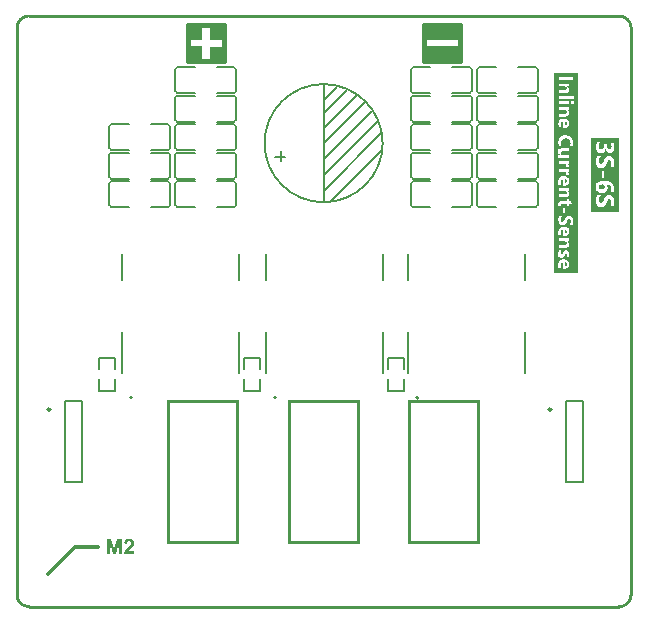
<source format=gto>
G04*
G04 #@! TF.GenerationSoftware,Altium Limited,Altium Designer,22.0.2 (36)*
G04*
G04 Layer_Color=65535*
%FSLAX24Y24*%
%MOIN*%
G70*
G04*
G04 #@! TF.SameCoordinates,5AD8CBCB-7B86-44EA-BE16-98DFC8B2639C*
G04*
G04*
G04 #@! TF.FilePolarity,Positive*
G04*
G01*
G75*
%ADD10C,0.0060*%
%ADD11C,0.0059*%
%ADD12C,0.0079*%
%ADD13C,0.0098*%
%ADD14C,0.0150*%
%ADD15C,0.0120*%
%ADD16C,0.0050*%
%ADD17C,0.0100*%
G36*
X14700Y18900D02*
X13600D01*
Y19328D01*
X14700D01*
Y18900D01*
D02*
G37*
G36*
X6852Y18886D02*
X6452D01*
Y19314D01*
X6852D01*
Y18886D01*
D02*
G37*
G36*
X6166Y18880D02*
X5766D01*
Y19308D01*
X6166D01*
Y18880D01*
D02*
G37*
G36*
X6155Y18253D02*
X5755D01*
Y18680D01*
X6155D01*
Y18253D01*
D02*
G37*
G36*
X14700Y18250D02*
X13600D01*
Y18678D01*
X14700D01*
Y18250D01*
D02*
G37*
G36*
X6834Y18243D02*
X6434D01*
Y18670D01*
X6834D01*
Y18243D01*
D02*
G37*
G36*
X15450Y6800D02*
Y2100D01*
X13050D01*
Y2200D01*
Y6800D01*
Y6900D01*
X15450D01*
Y6800D01*
D02*
G37*
G36*
X11450D02*
Y2100D01*
X9050D01*
Y2200D01*
Y6800D01*
Y6900D01*
X11450D01*
Y6800D01*
D02*
G37*
G36*
X7400D02*
Y2100D01*
X5000D01*
Y2200D01*
Y6800D01*
Y6900D01*
X7400D01*
Y6800D01*
D02*
G37*
G36*
X18711Y17791D02*
Y11109D01*
X17900D01*
Y17791D01*
X18711D01*
D02*
G37*
G36*
X20064Y13167D02*
X19150D01*
Y15633D01*
X20064D01*
Y13167D01*
D02*
G37*
G36*
X3489Y1750D02*
X3394D01*
X3393Y2153D01*
X3292Y1750D01*
X3192D01*
X3092Y2153D01*
Y1750D01*
X2996D01*
Y2262D01*
X3151D01*
X3243Y1912D01*
X3334Y2262D01*
X3489D01*
Y1750D01*
D02*
G37*
G36*
X3753Y2264D02*
X3760Y2264D01*
X3767Y2263D01*
X3776Y2261D01*
X3784Y2260D01*
X3804Y2255D01*
X3823Y2247D01*
X3833Y2243D01*
X3842Y2238D01*
X3852Y2231D01*
X3860Y2224D01*
X3861Y2223D01*
X3862Y2222D01*
X3864Y2219D01*
X3867Y2216D01*
X3870Y2212D01*
X3874Y2207D01*
X3878Y2202D01*
X3882Y2195D01*
X3890Y2181D01*
X3897Y2164D01*
X3900Y2154D01*
X3901Y2144D01*
X3903Y2133D01*
X3904Y2121D01*
Y2120D01*
Y2116D01*
X3903Y2109D01*
X3902Y2101D01*
X3901Y2090D01*
X3898Y2079D01*
X3895Y2067D01*
X3891Y2056D01*
X3890Y2054D01*
X3889Y2050D01*
X3886Y2044D01*
X3881Y2036D01*
X3876Y2026D01*
X3870Y2015D01*
X3861Y2003D01*
X3852Y1990D01*
X3851Y1990D01*
X3848Y1986D01*
X3844Y1981D01*
X3837Y1973D01*
X3828Y1965D01*
X3817Y1953D01*
X3804Y1940D01*
X3787Y1925D01*
X3787Y1924D01*
X3785Y1923D01*
X3783Y1921D01*
X3780Y1918D01*
X3772Y1911D01*
X3762Y1902D01*
X3753Y1892D01*
X3743Y1882D01*
X3734Y1874D01*
X3731Y1871D01*
X3728Y1868D01*
X3728Y1867D01*
X3726Y1865D01*
X3724Y1862D01*
X3721Y1859D01*
X3714Y1851D01*
X3708Y1841D01*
X3904D01*
Y1750D01*
X3560D01*
Y1751D01*
Y1752D01*
X3560Y1755D01*
X3561Y1759D01*
X3562Y1763D01*
X3562Y1769D01*
X3565Y1782D01*
X3570Y1797D01*
X3576Y1813D01*
X3583Y1831D01*
X3593Y1848D01*
Y1848D01*
X3594Y1850D01*
X3596Y1853D01*
X3599Y1856D01*
X3602Y1861D01*
X3606Y1866D01*
X3611Y1873D01*
X3617Y1880D01*
X3624Y1889D01*
X3632Y1898D01*
X3641Y1908D01*
X3651Y1919D01*
X3662Y1931D01*
X3675Y1943D01*
X3688Y1956D01*
X3703Y1971D01*
X3704Y1971D01*
X3706Y1973D01*
X3709Y1976D01*
X3713Y1981D01*
X3719Y1985D01*
X3725Y1991D01*
X3739Y2005D01*
X3752Y2019D01*
X3765Y2033D01*
X3771Y2039D01*
X3777Y2045D01*
X3782Y2050D01*
X3784Y2055D01*
X3785Y2056D01*
X3787Y2060D01*
X3791Y2066D01*
X3795Y2074D01*
X3799Y2083D01*
X3802Y2093D01*
X3804Y2104D01*
X3805Y2115D01*
Y2116D01*
Y2116D01*
Y2120D01*
X3804Y2127D01*
X3803Y2134D01*
X3801Y2142D01*
X3798Y2150D01*
X3793Y2158D01*
X3787Y2166D01*
X3787Y2167D01*
X3784Y2169D01*
X3780Y2172D01*
X3775Y2175D01*
X3767Y2178D01*
X3759Y2181D01*
X3750Y2183D01*
X3739Y2184D01*
X3733D01*
X3728Y2183D01*
X3721Y2181D01*
X3713Y2179D01*
X3705Y2175D01*
X3696Y2171D01*
X3689Y2165D01*
X3688Y2164D01*
X3686Y2161D01*
X3683Y2157D01*
X3680Y2150D01*
X3676Y2142D01*
X3673Y2131D01*
X3671Y2119D01*
X3669Y2104D01*
X3571Y2113D01*
Y2114D01*
X3572Y2117D01*
Y2121D01*
X3574Y2127D01*
X3574Y2133D01*
X3577Y2141D01*
X3579Y2149D01*
X3581Y2158D01*
X3588Y2177D01*
X3597Y2196D01*
X3603Y2206D01*
X3610Y2215D01*
X3617Y2222D01*
X3625Y2230D01*
X3626Y2230D01*
X3628Y2231D01*
X3630Y2232D01*
X3634Y2235D01*
X3638Y2238D01*
X3644Y2241D01*
X3650Y2244D01*
X3657Y2247D01*
X3665Y2251D01*
X3674Y2254D01*
X3693Y2260D01*
X3716Y2264D01*
X3728Y2264D01*
X3741Y2265D01*
X3748D01*
X3753Y2264D01*
D02*
G37*
%LPC*%
G36*
X15350Y6800D02*
X13150D01*
Y2200D01*
X15350D01*
Y6800D01*
D02*
G37*
G36*
X11350D02*
X9150D01*
Y2200D01*
X11350D01*
Y6800D01*
D02*
G37*
G36*
X7300D02*
X5100D01*
Y2200D01*
X7300D01*
Y6800D01*
D02*
G37*
G36*
X18533Y17641D02*
X18058D01*
Y17539D01*
X18533D01*
Y17641D01*
D02*
G37*
G36*
X18398Y17438D02*
X18058D01*
Y17287D01*
Y17339D01*
X18251D01*
X18264Y17339D01*
X18274Y17336D01*
X18284Y17333D01*
X18292Y17330D01*
X18299Y17327D01*
X18304Y17324D01*
X18307Y17322D01*
X18308Y17321D01*
X18315Y17313D01*
X18320Y17306D01*
X18325Y17298D01*
X18327Y17290D01*
X18328Y17284D01*
X18330Y17279D01*
Y17274D01*
X18329Y17264D01*
X18326Y17255D01*
X18322Y17247D01*
X18317Y17240D01*
X18310Y17234D01*
X18304Y17229D01*
X18296Y17225D01*
X18289Y17222D01*
X18273Y17218D01*
X18267Y17216D01*
X18260Y17216D01*
X18255Y17215D01*
X18251D01*
X18248D01*
X18248D01*
X18058D01*
Y17216D01*
Y17116D01*
X18406D01*
X18278D01*
X18290Y17117D01*
X18302Y17119D01*
X18312Y17121D01*
X18330Y17126D01*
X18347Y17134D01*
X18360Y17142D01*
X18372Y17151D01*
X18381Y17162D01*
X18388Y17172D01*
X18394Y17183D01*
X18399Y17194D01*
X18401Y17202D01*
X18404Y17211D01*
X18405Y17219D01*
X18406Y17224D01*
Y17229D01*
X18405Y17242D01*
X18403Y17254D01*
X18400Y17266D01*
X18396Y17276D01*
X18391Y17287D01*
X18386Y17296D01*
X18380Y17304D01*
X18375Y17311D01*
X18369Y17317D01*
X18363Y17323D01*
X18358Y17327D01*
X18353Y17332D01*
X18349Y17335D01*
X18346Y17337D01*
X18344Y17338D01*
X18343Y17339D01*
Y17339D01*
X18398D01*
Y17438D01*
D02*
G37*
G36*
X18561Y17033D02*
X18058D01*
Y16934D01*
X18561D01*
Y17033D01*
D02*
G37*
G36*
X18558Y16854D02*
Y16796D01*
X18558Y16805D01*
X18556Y16813D01*
X18554Y16821D01*
X18551Y16827D01*
X18548Y16831D01*
X18546Y16835D01*
X18544Y16837D01*
X18544Y16838D01*
X18538Y16843D01*
X18532Y16847D01*
X18526Y16850D01*
X18520Y16852D01*
X18515Y16853D01*
X18511Y16854D01*
X18507D01*
X18499Y16853D01*
X18492Y16852D01*
X18486Y16849D01*
X18480Y16846D01*
X18476Y16843D01*
X18473Y16840D01*
X18470Y16838D01*
X18470Y16838D01*
X18464Y16831D01*
X18461Y16824D01*
X18458Y16818D01*
X18457Y16811D01*
X18456Y16805D01*
X18455Y16801D01*
Y16796D01*
X18456Y16787D01*
X18457Y16779D01*
X18459Y16772D01*
X18462Y16766D01*
X18465Y16761D01*
X18467Y16758D01*
X18469Y16755D01*
X18470Y16755D01*
X18476Y16750D01*
X18481Y16745D01*
X18488Y16742D01*
X18494Y16741D01*
X18499Y16739D01*
X18504Y16738D01*
X18058D01*
X18558D01*
X18507D01*
X18515Y16739D01*
X18522Y16741D01*
X18529Y16744D01*
X18534Y16747D01*
X18538Y16750D01*
X18541Y16753D01*
X18543Y16754D01*
X18544Y16755D01*
X18549Y16761D01*
X18552Y16768D01*
X18555Y16775D01*
X18557Y16781D01*
X18558Y16787D01*
X18558Y16792D01*
Y16854D01*
D02*
G37*
G36*
X18398Y16846D02*
X18058D01*
Y16747D01*
X18398D01*
Y16846D01*
D02*
G37*
G36*
Y16658D02*
X18058D01*
Y16506D01*
Y16559D01*
X18251D01*
X18264Y16558D01*
X18274Y16556D01*
X18284Y16553D01*
X18292Y16549D01*
X18299Y16546D01*
X18304Y16543D01*
X18307Y16541D01*
X18308Y16540D01*
X18315Y16533D01*
X18320Y16525D01*
X18325Y16517D01*
X18327Y16510D01*
X18328Y16503D01*
X18330Y16498D01*
Y16494D01*
X18329Y16483D01*
X18326Y16474D01*
X18322Y16466D01*
X18317Y16459D01*
X18310Y16454D01*
X18304Y16448D01*
X18296Y16445D01*
X18289Y16442D01*
X18273Y16437D01*
X18267Y16436D01*
X18260Y16435D01*
X18255Y16434D01*
X18251D01*
X18248D01*
X18248D01*
X18058D01*
Y16435D01*
Y16335D01*
X18278D01*
X18290Y16337D01*
X18302Y16338D01*
X18312Y16340D01*
X18330Y16346D01*
X18347Y16353D01*
X18360Y16361D01*
X18372Y16371D01*
X18381Y16381D01*
X18388Y16391D01*
X18394Y16402D01*
X18399Y16413D01*
X18401Y16422D01*
X18404Y16431D01*
X18405Y16438D01*
X18406Y16443D01*
Y16448D01*
X18405Y16462D01*
X18403Y16474D01*
X18400Y16485D01*
X18396Y16496D01*
X18391Y16506D01*
X18386Y16515D01*
X18380Y16523D01*
X18375Y16531D01*
X18369Y16536D01*
X18363Y16542D01*
X18358Y16547D01*
X18353Y16551D01*
X18349Y16554D01*
X18346Y16556D01*
X18344Y16557D01*
X18343Y16558D01*
Y16559D01*
X18398D01*
Y16658D01*
D02*
G37*
G36*
X18231Y16271D02*
X18050D01*
Y15949D01*
D01*
Y16100D01*
X18051Y16073D01*
X18052Y16061D01*
X18054Y16049D01*
X18056Y16038D01*
X18058Y16028D01*
X18060Y16018D01*
X18063Y16010D01*
X18066Y16003D01*
X18068Y15996D01*
X18070Y15991D01*
X18072Y15986D01*
X18074Y15982D01*
X18075Y15980D01*
X18076Y15978D01*
Y15978D01*
X18148D01*
X18140Y15994D01*
X18133Y16011D01*
X18128Y16028D01*
X18125Y16044D01*
X18123Y16057D01*
X18122Y16063D01*
Y16067D01*
X18121Y16072D01*
Y16077D01*
X18122Y16093D01*
X18125Y16107D01*
X18128Y16119D01*
X18134Y16130D01*
X18140Y16139D01*
X18146Y16146D01*
X18153Y16153D01*
X18160Y16158D01*
X18168Y16163D01*
X18174Y16166D01*
X18181Y16169D01*
X18187Y16170D01*
X18192Y16172D01*
X18196D01*
X18199Y16172D01*
X18199D01*
Y15949D01*
X18050D01*
X18406D01*
X18242D01*
X18256Y15950D01*
X18269Y15950D01*
X18281Y15953D01*
X18293Y15956D01*
X18303Y15958D01*
X18313Y15961D01*
X18322Y15965D01*
X18330Y15969D01*
X18337Y15973D01*
X18344Y15977D01*
X18349Y15980D01*
X18353Y15983D01*
X18357Y15986D01*
X18359Y15988D01*
X18361Y15989D01*
X18362Y15990D01*
X18370Y15998D01*
X18376Y16006D01*
X18382Y16015D01*
X18387Y16024D01*
X18392Y16034D01*
X18395Y16043D01*
X18401Y16061D01*
X18402Y16069D01*
X18404Y16077D01*
X18404Y16084D01*
X18405Y16090D01*
X18406Y16095D01*
Y16102D01*
X18405Y16115D01*
X18404Y16128D01*
X18401Y16140D01*
X18398Y16152D01*
X18394Y16162D01*
X18390Y16172D01*
X18385Y16181D01*
X18381Y16189D01*
X18376Y16197D01*
X18371Y16203D01*
X18367Y16209D01*
X18363Y16214D01*
X18359Y16217D01*
X18357Y16220D01*
X18356Y16222D01*
X18355Y16223D01*
X18345Y16231D01*
X18335Y16238D01*
X18324Y16245D01*
X18313Y16251D01*
X18302Y16255D01*
X18290Y16259D01*
X18270Y16265D01*
X18260Y16267D01*
X18251Y16269D01*
X18243Y16269D01*
X18236Y16270D01*
X18231Y16271D01*
D02*
G37*
G36*
X18541Y15717D02*
X18285D01*
X18266Y15716D01*
X18247Y15714D01*
X18230Y15711D01*
X18214Y15707D01*
X18198Y15702D01*
X18184Y15697D01*
X18171Y15691D01*
X18160Y15685D01*
X18149Y15680D01*
X18140Y15674D01*
X18132Y15668D01*
X18125Y15663D01*
X18120Y15660D01*
X18117Y15657D01*
X18114Y15654D01*
X18114Y15654D01*
X18103Y15641D01*
X18093Y15628D01*
X18084Y15614D01*
X18077Y15600D01*
X18071Y15586D01*
X18066Y15572D01*
X18061Y15558D01*
X18058Y15545D01*
X18055Y15532D01*
X18054Y15520D01*
X18052Y15510D01*
X18051Y15501D01*
Y15494D01*
X18050Y15488D01*
Y15468D01*
X18051Y15454D01*
X18052Y15440D01*
X18054Y15427D01*
X18056Y15415D01*
X18058Y15403D01*
X18060Y15394D01*
X18063Y15384D01*
X18065Y15376D01*
X18067Y15369D01*
X18069Y15363D01*
X18071Y15358D01*
X18073Y15353D01*
X18074Y15350D01*
X18075Y15349D01*
Y15348D01*
X18050D01*
X18239D01*
X18168D01*
X18158Y15368D01*
X18151Y15388D01*
X18145Y15407D01*
X18141Y15425D01*
X18140Y15433D01*
X18139Y15440D01*
X18138Y15447D01*
Y15452D01*
X18137Y15458D01*
Y15463D01*
X18138Y15476D01*
X18139Y15487D01*
X18141Y15498D01*
X18144Y15509D01*
X18147Y15518D01*
X18151Y15527D01*
X18154Y15535D01*
X18159Y15543D01*
X18162Y15549D01*
X18166Y15554D01*
X18170Y15560D01*
X18173Y15563D01*
X18176Y15566D01*
X18178Y15569D01*
X18179Y15570D01*
X18180Y15571D01*
X18188Y15577D01*
X18197Y15583D01*
X18206Y15589D01*
X18215Y15594D01*
X18234Y15600D01*
X18252Y15605D01*
X18261Y15607D01*
X18268Y15608D01*
X18275Y15608D01*
X18281Y15609D01*
X18286Y15610D01*
X18290D01*
X18292D01*
X18293D01*
X18306Y15609D01*
X18319Y15608D01*
X18330Y15606D01*
X18341Y15603D01*
X18351Y15600D01*
X18361Y15597D01*
X18370Y15593D01*
X18378Y15589D01*
X18385Y15586D01*
X18391Y15582D01*
X18396Y15578D01*
X18401Y15575D01*
X18404Y15572D01*
X18407Y15570D01*
X18408Y15569D01*
X18409Y15569D01*
X18417Y15560D01*
X18424Y15551D01*
X18430Y15543D01*
X18435Y15534D01*
X18439Y15524D01*
X18442Y15515D01*
X18448Y15497D01*
X18450Y15489D01*
X18451Y15481D01*
X18452Y15475D01*
X18453Y15469D01*
X18453Y15463D01*
Y15457D01*
X18452Y15435D01*
X18449Y15414D01*
X18444Y15395D01*
X18439Y15380D01*
X18436Y15372D01*
X18434Y15366D01*
X18432Y15361D01*
X18430Y15356D01*
X18428Y15353D01*
X18427Y15350D01*
X18425Y15349D01*
Y15348D01*
X18524D01*
X18530Y15366D01*
X18534Y15386D01*
X18537Y15405D01*
X18539Y15423D01*
X18540Y15432D01*
X18541Y15440D01*
Y15446D01*
X18541Y15452D01*
Y15388D01*
Y15464D01*
X18541Y15485D01*
X18538Y15504D01*
X18535Y15523D01*
X18530Y15540D01*
X18525Y15556D01*
X18518Y15571D01*
X18513Y15585D01*
X18506Y15597D01*
X18498Y15608D01*
X18493Y15618D01*
X18487Y15626D01*
X18481Y15634D01*
X18476Y15639D01*
X18473Y15643D01*
X18470Y15645D01*
X18470Y15646D01*
X18456Y15659D01*
X18441Y15669D01*
X18426Y15679D01*
X18410Y15687D01*
X18395Y15694D01*
X18380Y15699D01*
X18364Y15704D01*
X18350Y15708D01*
X18337Y15711D01*
X18325Y15713D01*
X18313Y15714D01*
X18304Y15715D01*
X18296Y15716D01*
X18290Y15717D01*
X18541D01*
D02*
G37*
G36*
X18398Y15279D02*
X18180D01*
X18168Y15278D01*
X18157Y15276D01*
X18145Y15274D01*
X18127Y15268D01*
X18110Y15261D01*
X18097Y15252D01*
X18085Y15241D01*
X18075Y15230D01*
X18068Y15219D01*
X18062Y15208D01*
X18057Y15198D01*
X18054Y15187D01*
X18052Y15179D01*
X18051Y15171D01*
X18050Y15165D01*
Y15279D01*
D01*
Y14956D01*
Y15160D01*
X18051Y15148D01*
X18053Y15136D01*
X18056Y15126D01*
X18060Y15116D01*
X18064Y15107D01*
X18069Y15099D01*
X18074Y15090D01*
X18080Y15084D01*
X18086Y15077D01*
X18091Y15072D01*
X18096Y15068D01*
X18100Y15063D01*
X18105Y15060D01*
X18108Y15058D01*
X18109Y15057D01*
X18110Y15056D01*
Y15055D01*
X18058D01*
Y14956D01*
X18050D01*
X18398D01*
Y15055D01*
X18203D01*
X18191Y15056D01*
X18180Y15058D01*
X18170Y15061D01*
X18162Y15064D01*
X18155Y15067D01*
X18150Y15070D01*
X18147Y15072D01*
X18146Y15073D01*
X18140Y15080D01*
X18134Y15088D01*
X18131Y15096D01*
X18128Y15103D01*
X18127Y15110D01*
X18125Y15115D01*
Y15120D01*
X18126Y15130D01*
X18128Y15139D01*
X18133Y15147D01*
X18137Y15154D01*
X18143Y15160D01*
X18150Y15164D01*
X18157Y15169D01*
X18164Y15172D01*
X18177Y15176D01*
X18184Y15178D01*
X18190Y15179D01*
X18195D01*
X18199Y15179D01*
X18201D01*
X18202D01*
X18398D01*
Y15279D01*
D02*
G37*
G36*
X18403Y14866D02*
X18058D01*
Y14649D01*
D01*
Y14766D01*
X18221D01*
X18237Y14766D01*
X18251Y14763D01*
X18263Y14760D01*
X18273Y14757D01*
X18282Y14753D01*
X18288Y14750D01*
X18290Y14748D01*
X18292Y14747D01*
X18301Y14739D01*
X18307Y14730D01*
X18311Y14721D01*
X18315Y14712D01*
X18316Y14705D01*
X18317Y14699D01*
X18318Y14695D01*
Y14693D01*
X18317Y14683D01*
X18316Y14675D01*
X18315Y14668D01*
X18313Y14661D01*
X18310Y14656D01*
X18309Y14652D01*
X18308Y14650D01*
X18308Y14649D01*
X18058D01*
X18399D01*
X18401Y14653D01*
X18401Y14658D01*
X18402Y14666D01*
X18403Y14670D01*
Y14676D01*
X18402Y14688D01*
X18400Y14698D01*
X18396Y14709D01*
X18392Y14718D01*
X18387Y14726D01*
X18381Y14733D01*
X18375Y14740D01*
X18368Y14745D01*
X18362Y14750D01*
X18356Y14755D01*
X18350Y14758D01*
X18345Y14760D01*
X18340Y14763D01*
X18336Y14764D01*
X18334Y14766D01*
X18333D01*
Y14766D01*
X18398D01*
Y14866D01*
X18403D01*
D02*
G37*
G36*
Y14599D02*
X18058D01*
Y14383D01*
D01*
Y14500D01*
X18221D01*
X18237Y14499D01*
X18251Y14497D01*
X18263Y14494D01*
X18273Y14490D01*
X18282Y14487D01*
X18288Y14484D01*
X18290Y14481D01*
X18292Y14481D01*
X18301Y14473D01*
X18307Y14464D01*
X18311Y14455D01*
X18315Y14446D01*
X18316Y14439D01*
X18317Y14433D01*
X18318Y14428D01*
Y14427D01*
X18317Y14417D01*
X18316Y14409D01*
X18315Y14402D01*
X18313Y14395D01*
X18310Y14390D01*
X18309Y14386D01*
X18308Y14384D01*
X18308Y14383D01*
X18058D01*
X18399D01*
X18401Y14387D01*
X18401Y14391D01*
X18402Y14399D01*
X18403Y14404D01*
Y14478D01*
Y14410D01*
X18402Y14422D01*
X18400Y14432D01*
X18396Y14442D01*
X18392Y14451D01*
X18387Y14459D01*
X18381Y14467D01*
X18375Y14473D01*
X18368Y14478D01*
X18362Y14484D01*
X18356Y14488D01*
X18350Y14492D01*
X18345Y14494D01*
X18340Y14496D01*
X18336Y14498D01*
X18334Y14499D01*
X18333D01*
Y14500D01*
X18398D01*
Y14599D01*
X18403D01*
D02*
G37*
G36*
X18406Y14353D02*
Y14185D01*
X18405Y14198D01*
X18404Y14211D01*
X18401Y14222D01*
X18398Y14234D01*
X18394Y14245D01*
X18390Y14255D01*
X18385Y14264D01*
X18381Y14272D01*
X18376Y14279D01*
X18371Y14286D01*
X18367Y14292D01*
X18363Y14296D01*
X18359Y14300D01*
X18357Y14303D01*
X18356Y14305D01*
X18355Y14305D01*
X18345Y14313D01*
X18335Y14321D01*
X18324Y14328D01*
X18313Y14333D01*
X18302Y14338D01*
X18290Y14342D01*
X18270Y14348D01*
X18260Y14350D01*
X18251Y14351D01*
X18243Y14352D01*
X18236Y14353D01*
X18231Y14353D01*
X18050D01*
X18222D01*
X18208Y14353D01*
X18194Y14351D01*
X18180Y14349D01*
X18168Y14346D01*
X18157Y14343D01*
X18146Y14339D01*
X18137Y14335D01*
X18128Y14330D01*
X18120Y14327D01*
X18114Y14322D01*
X18108Y14319D01*
X18103Y14315D01*
X18100Y14313D01*
X18097Y14311D01*
X18096Y14309D01*
X18095Y14308D01*
X18087Y14299D01*
X18080Y14290D01*
X18074Y14280D01*
X18069Y14270D01*
X18065Y14259D01*
X18061Y14248D01*
X18056Y14228D01*
X18054Y14219D01*
X18052Y14211D01*
X18051Y14202D01*
X18051Y14196D01*
X18050Y14190D01*
Y14032D01*
Y14182D01*
X18051Y14156D01*
X18052Y14143D01*
X18054Y14131D01*
X18056Y14121D01*
X18058Y14111D01*
X18060Y14101D01*
X18063Y14093D01*
X18066Y14086D01*
X18068Y14079D01*
X18070Y14074D01*
X18072Y14069D01*
X18074Y14065D01*
X18075Y14063D01*
X18076Y14061D01*
Y14060D01*
X18148D01*
X18140Y14077D01*
X18133Y14094D01*
X18128Y14111D01*
X18125Y14126D01*
X18123Y14140D01*
X18122Y14145D01*
Y14150D01*
X18121Y14154D01*
Y14160D01*
X18122Y14176D01*
X18125Y14190D01*
X18128Y14202D01*
X18134Y14213D01*
X18140Y14222D01*
X18146Y14229D01*
X18153Y14236D01*
X18160Y14241D01*
X18168Y14245D01*
X18174Y14248D01*
X18181Y14251D01*
X18187Y14253D01*
X18192Y14254D01*
X18196D01*
X18199Y14255D01*
X18199D01*
Y14032D01*
X18050D01*
X18406D01*
Y14353D01*
D02*
G37*
G36*
Y13966D02*
X18058D01*
Y13644D01*
X18278D01*
X18290Y13645D01*
X18302Y13647D01*
X18312Y13649D01*
X18330Y13654D01*
X18347Y13662D01*
X18360Y13670D01*
X18372Y13679D01*
X18381Y13690D01*
X18388Y13700D01*
X18394Y13711D01*
X18399Y13721D01*
X18401Y13730D01*
X18404Y13739D01*
X18405Y13747D01*
X18406Y13752D01*
Y13757D01*
X18405Y13770D01*
X18403Y13782D01*
X18400Y13794D01*
X18396Y13804D01*
X18391Y13815D01*
X18386Y13824D01*
X18380Y13832D01*
X18375Y13839D01*
X18369Y13845D01*
X18363Y13851D01*
X18358Y13855D01*
X18353Y13860D01*
X18349Y13863D01*
X18346Y13865D01*
X18344Y13866D01*
X18343Y13867D01*
Y13867D01*
X18398D01*
Y13966D01*
X18406D01*
D02*
G37*
G36*
X18050Y13591D02*
D01*
Y13501D01*
Y13591D01*
D02*
G37*
G36*
X18398D02*
X18324D01*
Y13535D01*
X18163D01*
X18143Y13534D01*
X18126Y13531D01*
X18111Y13525D01*
X18098Y13518D01*
X18087Y13510D01*
X18077Y13501D01*
X18070Y13491D01*
X18064Y13481D01*
X18060Y13471D01*
X18056Y13461D01*
X18054Y13452D01*
X18051Y13444D01*
X18051Y13437D01*
X18050Y13431D01*
D01*
Y13359D01*
Y13427D01*
X18051Y13411D01*
X18052Y13397D01*
X18054Y13386D01*
X18056Y13376D01*
X18058Y13368D01*
X18060Y13363D01*
X18061Y13360D01*
X18062Y13359D01*
X18050D01*
X18136D01*
X18133Y13366D01*
X18131Y13371D01*
X18128Y13377D01*
X18128Y13383D01*
X18127Y13387D01*
X18126Y13391D01*
Y13394D01*
X18127Y13401D01*
X18128Y13408D01*
X18131Y13414D01*
X18134Y13418D01*
X18139Y13423D01*
X18143Y13426D01*
X18154Y13431D01*
X18163Y13434D01*
X18172Y13436D01*
X18175Y13437D01*
X18178D01*
X18180D01*
X18180D01*
X18324D01*
Y13359D01*
X18398D01*
Y13437D01*
X18501D01*
X18472Y13535D01*
X18398D01*
Y13591D01*
D02*
G37*
G36*
X18275Y13297D02*
X18205D01*
Y13115D01*
X18275D01*
Y13297D01*
D02*
G37*
G36*
X18408Y13038D02*
X18401D01*
X18385Y13036D01*
X18370Y13033D01*
X18356Y13027D01*
X18342Y13020D01*
X18330Y13012D01*
X18319Y13002D01*
X18308Y12993D01*
X18299Y12981D01*
X18290Y12971D01*
X18284Y12961D01*
X18278Y12952D01*
X18273Y12944D01*
X18269Y12936D01*
X18266Y12930D01*
X18265Y12927D01*
X18264Y12926D01*
X18259Y12913D01*
X18254Y12902D01*
X18249Y12892D01*
X18245Y12883D01*
X18240Y12875D01*
X18236Y12868D01*
X18233Y12862D01*
X18230Y12856D01*
X18227Y12852D01*
X18225Y12848D01*
X18220Y12843D01*
X18218Y12840D01*
X18217Y12839D01*
X18211Y12833D01*
X18205Y12830D01*
X18198Y12827D01*
X18193Y12825D01*
X18188Y12823D01*
X18184Y12822D01*
X18182D01*
X18181D01*
X18173Y12823D01*
X18166Y12825D01*
X18160Y12829D01*
X18154Y12833D01*
X18150Y12836D01*
X18147Y12840D01*
X18145Y12842D01*
X18144Y12843D01*
X18140Y12852D01*
X18136Y12862D01*
X18134Y12872D01*
X18131Y12882D01*
X18131Y12891D01*
X18130Y12899D01*
Y12905D01*
X18131Y12919D01*
X18132Y12932D01*
X18134Y12944D01*
X18137Y12956D01*
X18145Y12979D01*
X18149Y12989D01*
X18154Y12998D01*
X18158Y13007D01*
X18162Y13014D01*
X18166Y13021D01*
X18170Y13026D01*
X18173Y13030D01*
X18175Y13033D01*
X18177Y13035D01*
X18177Y13036D01*
X18076D01*
X18067Y13016D01*
X18061Y12993D01*
X18057Y12970D01*
X18053Y12950D01*
X18052Y12940D01*
X18051Y12931D01*
X18051Y12923D01*
Y12916D01*
X18050Y12910D01*
Y12902D01*
X18051Y12886D01*
X18051Y12870D01*
X18053Y12856D01*
X18056Y12843D01*
X18058Y12831D01*
X18061Y12819D01*
X18065Y12809D01*
X18068Y12800D01*
X18071Y12792D01*
X18074Y12785D01*
X18077Y12779D01*
X18080Y12774D01*
X18083Y12770D01*
X18084Y12767D01*
X18085Y12765D01*
X18086Y12765D01*
X18093Y12756D01*
X18100Y12748D01*
X18108Y12742D01*
X18117Y12737D01*
X18125Y12731D01*
X18134Y12728D01*
X18151Y12722D01*
X18166Y12718D01*
X18173Y12717D01*
X18179Y12717D01*
X18183Y12716D01*
X18050D01*
X18541D01*
Y12853D01*
X18541Y12869D01*
X18540Y12883D01*
X18538Y12897D01*
X18535Y12910D01*
X18532Y12922D01*
X18530Y12933D01*
X18527Y12943D01*
X18523Y12952D01*
X18519Y12960D01*
X18516Y12967D01*
X18513Y12973D01*
X18510Y12979D01*
X18508Y12982D01*
X18506Y12985D01*
X18505Y12987D01*
X18504Y12987D01*
X18497Y12996D01*
X18490Y13004D01*
X18481Y13010D01*
X18473Y13016D01*
X18464Y13021D01*
X18456Y13025D01*
X18439Y13031D01*
X18424Y13035D01*
X18418Y13036D01*
X18413Y13037D01*
X18408Y13038D01*
D02*
G37*
G36*
X18406Y12666D02*
Y12498D01*
X18405Y12511D01*
X18404Y12523D01*
X18401Y12535D01*
X18398Y12547D01*
X18394Y12557D01*
X18390Y12568D01*
X18385Y12577D01*
X18381Y12585D01*
X18376Y12592D01*
X18371Y12599D01*
X18367Y12605D01*
X18363Y12609D01*
X18359Y12613D01*
X18357Y12616D01*
X18356Y12617D01*
X18355Y12618D01*
X18345Y12626D01*
X18335Y12634D01*
X18324Y12640D01*
X18313Y12646D01*
X18302Y12651D01*
X18290Y12654D01*
X18270Y12660D01*
X18260Y12663D01*
X18251Y12664D01*
X18243Y12665D01*
X18236Y12665D01*
X18231Y12666D01*
X18050D01*
X18222D01*
X18208Y12665D01*
X18194Y12664D01*
X18180Y12662D01*
X18168Y12659D01*
X18157Y12656D01*
X18146Y12652D01*
X18137Y12648D01*
X18128Y12643D01*
X18120Y12640D01*
X18114Y12635D01*
X18108Y12631D01*
X18103Y12628D01*
X18100Y12626D01*
X18097Y12623D01*
X18096Y12622D01*
X18095Y12621D01*
X18087Y12612D01*
X18080Y12603D01*
X18074Y12593D01*
X18069Y12583D01*
X18065Y12572D01*
X18061Y12561D01*
X18056Y12541D01*
X18054Y12532D01*
X18052Y12523D01*
X18051Y12515D01*
X18051Y12509D01*
X18050Y12503D01*
Y12344D01*
Y12495D01*
X18051Y12469D01*
X18052Y12456D01*
X18054Y12444D01*
X18056Y12434D01*
X18058Y12424D01*
X18060Y12414D01*
X18063Y12406D01*
X18066Y12398D01*
X18068Y12392D01*
X18070Y12387D01*
X18072Y12381D01*
X18074Y12378D01*
X18075Y12375D01*
X18076Y12374D01*
Y12373D01*
X18148D01*
X18140Y12389D01*
X18133Y12406D01*
X18128Y12424D01*
X18125Y12439D01*
X18123Y12452D01*
X18122Y12458D01*
Y12463D01*
X18121Y12467D01*
Y12472D01*
X18122Y12489D01*
X18125Y12503D01*
X18128Y12515D01*
X18134Y12526D01*
X18140Y12535D01*
X18146Y12542D01*
X18153Y12549D01*
X18160Y12554D01*
X18168Y12558D01*
X18174Y12561D01*
X18181Y12564D01*
X18187Y12566D01*
X18192Y12567D01*
X18196D01*
X18199Y12568D01*
X18199D01*
Y12344D01*
X18050D01*
X18406D01*
Y12666D01*
D02*
G37*
G36*
Y12279D02*
X18058D01*
Y11957D01*
X18278D01*
X18290Y11958D01*
X18302Y11960D01*
X18312Y11962D01*
X18330Y11967D01*
X18347Y11974D01*
X18360Y11982D01*
X18372Y11992D01*
X18381Y12002D01*
X18388Y12013D01*
X18394Y12024D01*
X18399Y12034D01*
X18401Y12043D01*
X18404Y12052D01*
X18405Y12059D01*
X18406Y12065D01*
Y12070D01*
X18405Y12083D01*
X18403Y12095D01*
X18400Y12107D01*
X18396Y12117D01*
X18391Y12128D01*
X18386Y12136D01*
X18380Y12145D01*
X18375Y12152D01*
X18369Y12158D01*
X18363Y12164D01*
X18358Y12168D01*
X18353Y12173D01*
X18349Y12176D01*
X18346Y12178D01*
X18344Y12179D01*
X18343Y12179D01*
Y12180D01*
X18398D01*
Y12279D01*
X18406D01*
D02*
G37*
G36*
X18304Y11881D02*
X18289D01*
X18299D01*
X18284Y11880D01*
X18271Y11877D01*
X18260Y11874D01*
X18251Y11869D01*
X18243Y11865D01*
X18238Y11861D01*
X18235Y11858D01*
X18234Y11857D01*
X18229Y11852D01*
X18225Y11847D01*
X18217Y11834D01*
X18209Y11820D01*
X18203Y11805D01*
X18197Y11792D01*
X18195Y11786D01*
X18194Y11780D01*
X18192Y11776D01*
X18191Y11773D01*
X18190Y11771D01*
Y11770D01*
X18187Y11761D01*
X18184Y11754D01*
X18180Y11746D01*
X18177Y11741D01*
X18174Y11736D01*
X18171Y11732D01*
X18165Y11726D01*
X18159Y11723D01*
X18154Y11721D01*
X18151Y11720D01*
X18151D01*
X18145Y11721D01*
X18140Y11723D01*
X18136Y11726D01*
X18132Y11729D01*
X18126Y11739D01*
X18123Y11750D01*
X18120Y11762D01*
X18119Y11772D01*
X18118Y11775D01*
Y11781D01*
X18120Y11800D01*
X18123Y11817D01*
X18128Y11834D01*
X18134Y11849D01*
X18140Y11863D01*
X18142Y11868D01*
X18144Y11872D01*
X18146Y11876D01*
X18148Y11879D01*
X18149Y11880D01*
Y11881D01*
X18050D01*
Y11624D01*
Y11778D01*
X18051Y11753D01*
X18053Y11742D01*
X18054Y11731D01*
X18057Y11721D01*
X18059Y11712D01*
X18062Y11703D01*
X18065Y11696D01*
X18067Y11689D01*
X18070Y11684D01*
X18072Y11678D01*
X18074Y11674D01*
X18076Y11671D01*
X18077Y11669D01*
X18079Y11667D01*
Y11666D01*
X18085Y11659D01*
X18091Y11652D01*
X18097Y11647D01*
X18104Y11642D01*
X18111Y11638D01*
X18117Y11635D01*
X18131Y11629D01*
X18142Y11627D01*
X18147Y11626D01*
X18151Y11625D01*
X18155Y11624D01*
X18050D01*
X18160D01*
X18170Y11625D01*
X18179Y11626D01*
X18187Y11628D01*
X18194Y11630D01*
X18199Y11632D01*
X18204Y11634D01*
X18207Y11635D01*
X18208Y11636D01*
X18215Y11641D01*
X18222Y11647D01*
X18228Y11652D01*
X18232Y11658D01*
X18236Y11664D01*
X18239Y11668D01*
X18240Y11671D01*
X18241Y11672D01*
X18246Y11681D01*
X18251Y11692D01*
X18256Y11703D01*
X18259Y11715D01*
X18263Y11725D01*
X18266Y11733D01*
X18268Y11736D01*
X18268Y11738D01*
X18269Y11740D01*
Y11740D01*
X18272Y11748D01*
X18275Y11755D01*
X18278Y11760D01*
X18281Y11765D01*
X18284Y11769D01*
X18288Y11773D01*
X18293Y11778D01*
X18299Y11781D01*
X18303Y11783D01*
X18306Y11783D01*
X18307D01*
X18311Y11783D01*
X18316Y11781D01*
X18322Y11776D01*
X18327Y11772D01*
X18328Y11770D01*
Y11769D01*
X18331Y11763D01*
X18333Y11757D01*
X18336Y11744D01*
Y11739D01*
X18337Y11735D01*
Y11731D01*
X18336Y11714D01*
X18333Y11698D01*
X18330Y11683D01*
X18326Y11669D01*
X18322Y11659D01*
X18318Y11651D01*
X18316Y11648D01*
X18315Y11646D01*
X18314Y11645D01*
Y11644D01*
X18392D01*
X18396Y11661D01*
X18400Y11676D01*
X18402Y11692D01*
X18404Y11705D01*
X18405Y11717D01*
Y11722D01*
X18406Y11726D01*
Y11734D01*
X18404Y11758D01*
X18401Y11778D01*
X18397Y11797D01*
X18394Y11804D01*
X18392Y11812D01*
X18389Y11818D01*
X18386Y11824D01*
X18384Y11829D01*
X18382Y11833D01*
X18380Y11836D01*
X18379Y11838D01*
X18377Y11840D01*
Y11840D01*
X18372Y11848D01*
X18366Y11854D01*
X18359Y11859D01*
X18353Y11864D01*
X18340Y11871D01*
X18327Y11876D01*
X18316Y11879D01*
X18311Y11880D01*
X18307Y11880D01*
X18304Y11881D01*
D02*
G37*
G36*
X18231Y11581D02*
X18050D01*
Y11259D01*
D01*
Y11410D01*
X18051Y11384D01*
X18052Y11371D01*
X18054Y11359D01*
X18056Y11349D01*
X18058Y11339D01*
X18060Y11329D01*
X18063Y11321D01*
X18066Y11314D01*
X18068Y11307D01*
X18070Y11302D01*
X18072Y11296D01*
X18074Y11293D01*
X18075Y11291D01*
X18076Y11289D01*
Y11288D01*
X18148D01*
X18140Y11305D01*
X18133Y11322D01*
X18128Y11339D01*
X18125Y11354D01*
X18123Y11368D01*
X18122Y11373D01*
Y11378D01*
X18121Y11382D01*
Y11388D01*
X18122Y11404D01*
X18125Y11418D01*
X18128Y11430D01*
X18134Y11441D01*
X18140Y11450D01*
X18146Y11457D01*
X18153Y11464D01*
X18160Y11469D01*
X18168Y11473D01*
X18174Y11476D01*
X18181Y11479D01*
X18187Y11481D01*
X18192Y11482D01*
X18196D01*
X18199Y11483D01*
X18199D01*
Y11259D01*
X18050D01*
X18406D01*
X18242D01*
X18256Y11260D01*
X18269Y11261D01*
X18281Y11263D01*
X18293Y11266D01*
X18303Y11269D01*
X18313Y11272D01*
X18322Y11276D01*
X18330Y11279D01*
X18337Y11284D01*
X18344Y11288D01*
X18349Y11291D01*
X18353Y11294D01*
X18357Y11296D01*
X18359Y11299D01*
X18361Y11299D01*
X18362Y11300D01*
X18370Y11308D01*
X18376Y11316D01*
X18382Y11325D01*
X18387Y11335D01*
X18392Y11345D01*
X18395Y11353D01*
X18401Y11372D01*
X18402Y11380D01*
X18404Y11388D01*
X18404Y11395D01*
X18405Y11401D01*
X18406Y11406D01*
Y11413D01*
X18405Y11426D01*
X18404Y11439D01*
X18401Y11450D01*
X18398Y11462D01*
X18394Y11473D01*
X18390Y11483D01*
X18385Y11492D01*
X18381Y11500D01*
X18376Y11507D01*
X18371Y11514D01*
X18367Y11520D01*
X18363Y11524D01*
X18359Y11528D01*
X18357Y11531D01*
X18356Y11533D01*
X18355Y11533D01*
X18345Y11541D01*
X18335Y11549D01*
X18324Y11555D01*
X18313Y11561D01*
X18302Y11566D01*
X18290Y11570D01*
X18270Y11575D01*
X18260Y11578D01*
X18251Y11579D01*
X18243Y11580D01*
X18236Y11581D01*
X18231Y11581D01*
D02*
G37*
%LPD*%
G36*
X18208Y16270D02*
X18194Y16269D01*
X18180Y16266D01*
X18168Y16263D01*
X18157Y16260D01*
X18146Y16257D01*
X18137Y16252D01*
X18128Y16248D01*
X18120Y16244D01*
X18114Y16240D01*
X18108Y16236D01*
X18103Y16232D01*
X18100Y16230D01*
X18097Y16228D01*
X18096Y16226D01*
X18095Y16226D01*
X18087Y16217D01*
X18080Y16207D01*
X18074Y16198D01*
X18069Y16187D01*
X18065Y16177D01*
X18061Y16166D01*
X18056Y16146D01*
X18054Y16136D01*
X18052Y16128D01*
X18051Y16120D01*
X18051Y16113D01*
X18050Y16107D01*
Y16271D01*
X18222D01*
X18208Y16270D01*
D02*
G37*
G36*
X18274Y16170D02*
X18285Y16166D01*
X18294Y16163D01*
X18302Y16159D01*
X18309Y16155D01*
X18313Y16152D01*
X18316Y16149D01*
X18317Y16149D01*
X18324Y16141D01*
X18329Y16133D01*
X18333Y16125D01*
X18336Y16118D01*
X18337Y16112D01*
X18338Y16107D01*
Y16103D01*
X18337Y16092D01*
X18335Y16083D01*
X18331Y16074D01*
X18326Y16067D01*
X18320Y16061D01*
X18313Y16056D01*
X18307Y16052D01*
X18300Y16049D01*
X18286Y16044D01*
X18279Y16044D01*
X18273Y16042D01*
X18269D01*
X18265Y16041D01*
X18262D01*
X18262D01*
Y16172D01*
X18274Y16170D01*
D02*
G37*
G36*
Y14253D02*
X18285Y14249D01*
X18294Y14245D01*
X18302Y14242D01*
X18309Y14238D01*
X18313Y14234D01*
X18316Y14232D01*
X18317Y14231D01*
X18324Y14224D01*
X18329Y14216D01*
X18333Y14208D01*
X18336Y14201D01*
X18337Y14194D01*
X18338Y14190D01*
Y14185D01*
X18337Y14174D01*
X18335Y14165D01*
X18331Y14157D01*
X18326Y14150D01*
X18320Y14144D01*
X18313Y14139D01*
X18307Y14135D01*
X18300Y14131D01*
X18286Y14127D01*
X18279Y14126D01*
X18273Y14125D01*
X18269D01*
X18265Y14124D01*
X18262D01*
X18262D01*
Y14255D01*
X18274Y14253D01*
D02*
G37*
G36*
X18406Y14032D02*
X18242D01*
X18256Y14032D01*
X18269Y14033D01*
X18281Y14035D01*
X18293Y14038D01*
X18303Y14041D01*
X18313Y14044D01*
X18322Y14048D01*
X18330Y14052D01*
X18337Y14056D01*
X18344Y14060D01*
X18349Y14063D01*
X18353Y14066D01*
X18357Y14069D01*
X18359Y14071D01*
X18361Y14071D01*
X18362Y14072D01*
X18370Y14080D01*
X18376Y14089D01*
X18382Y14097D01*
X18387Y14107D01*
X18392Y14117D01*
X18395Y14126D01*
X18401Y14144D01*
X18402Y14152D01*
X18404Y14160D01*
X18404Y14167D01*
X18405Y14173D01*
X18406Y14178D01*
Y14032D01*
D02*
G37*
G36*
X18264Y13867D02*
X18274Y13864D01*
X18284Y13861D01*
X18292Y13858D01*
X18299Y13855D01*
X18304Y13852D01*
X18307Y13849D01*
X18308Y13849D01*
X18315Y13841D01*
X18320Y13834D01*
X18325Y13826D01*
X18327Y13818D01*
X18328Y13812D01*
X18330Y13807D01*
Y13802D01*
X18329Y13792D01*
X18326Y13783D01*
X18322Y13775D01*
X18317Y13768D01*
X18310Y13762D01*
X18304Y13757D01*
X18296Y13753D01*
X18289Y13750D01*
X18273Y13746D01*
X18267Y13744D01*
X18260Y13744D01*
X18255Y13743D01*
X18251D01*
X18248D01*
X18248D01*
X18058D01*
Y13867D01*
X18251D01*
X18264Y13867D01*
D02*
G37*
G36*
X18419Y12930D02*
X18426Y12927D01*
X18432Y12924D01*
X18437Y12920D01*
X18441Y12916D01*
X18444Y12913D01*
X18446Y12910D01*
X18447Y12909D01*
X18451Y12900D01*
X18455Y12890D01*
X18457Y12879D01*
X18459Y12870D01*
X18460Y12862D01*
X18461Y12854D01*
Y12836D01*
X18459Y12825D01*
X18456Y12804D01*
X18450Y12785D01*
X18447Y12776D01*
X18444Y12768D01*
X18441Y12762D01*
X18439Y12755D01*
X18436Y12750D01*
X18433Y12745D01*
X18431Y12742D01*
X18430Y12739D01*
X18429Y12737D01*
X18428Y12737D01*
X18524D01*
X18530Y12755D01*
X18534Y12775D01*
X18537Y12794D01*
X18539Y12813D01*
X18540Y12821D01*
X18541Y12829D01*
Y12836D01*
X18541Y12842D01*
Y12716D01*
X18190D01*
X18207Y12717D01*
X18222Y12720D01*
X18236Y12724D01*
X18248Y12729D01*
X18256Y12734D01*
X18264Y12738D01*
X18268Y12741D01*
X18270Y12742D01*
X18276Y12748D01*
X18282Y12754D01*
X18294Y12769D01*
X18305Y12785D01*
X18315Y12801D01*
X18323Y12816D01*
X18326Y12822D01*
X18329Y12828D01*
X18331Y12833D01*
X18333Y12836D01*
X18334Y12839D01*
Y12839D01*
X18339Y12850D01*
X18344Y12860D01*
X18348Y12869D01*
X18352Y12877D01*
X18356Y12884D01*
X18359Y12890D01*
X18362Y12896D01*
X18365Y12900D01*
X18370Y12907D01*
X18373Y12912D01*
X18376Y12915D01*
X18376Y12916D01*
X18382Y12921D01*
X18388Y12924D01*
X18394Y12927D01*
X18399Y12929D01*
X18404Y12930D01*
X18407Y12931D01*
X18410D01*
X18410D01*
X18419Y12930D01*
D02*
G37*
G36*
X18274Y12566D02*
X18285Y12562D01*
X18294Y12558D01*
X18302Y12554D01*
X18309Y12551D01*
X18313Y12547D01*
X18316Y12545D01*
X18317Y12544D01*
X18324Y12537D01*
X18329Y12529D01*
X18333Y12520D01*
X18336Y12514D01*
X18337Y12507D01*
X18338Y12503D01*
Y12498D01*
X18337Y12487D01*
X18335Y12478D01*
X18331Y12469D01*
X18326Y12463D01*
X18320Y12457D01*
X18313Y12452D01*
X18307Y12448D01*
X18300Y12444D01*
X18286Y12440D01*
X18279Y12439D01*
X18273Y12438D01*
X18269D01*
X18265Y12437D01*
X18262D01*
X18262D01*
Y12568D01*
X18274Y12566D01*
D02*
G37*
G36*
X18406Y12344D02*
X18242D01*
X18256Y12345D01*
X18269Y12346D01*
X18281Y12348D01*
X18293Y12351D01*
X18303Y12354D01*
X18313Y12357D01*
X18322Y12361D01*
X18330Y12364D01*
X18337Y12369D01*
X18344Y12372D01*
X18349Y12375D01*
X18353Y12378D01*
X18357Y12381D01*
X18359Y12384D01*
X18361Y12384D01*
X18362Y12385D01*
X18370Y12393D01*
X18376Y12401D01*
X18382Y12410D01*
X18387Y12420D01*
X18392Y12429D01*
X18395Y12438D01*
X18401Y12457D01*
X18402Y12465D01*
X18404Y12472D01*
X18404Y12480D01*
X18405Y12486D01*
X18406Y12491D01*
Y12344D01*
D02*
G37*
G36*
X18264Y12179D02*
X18274Y12177D01*
X18284Y12174D01*
X18292Y12170D01*
X18299Y12167D01*
X18304Y12165D01*
X18307Y12162D01*
X18308Y12162D01*
X18315Y12154D01*
X18320Y12147D01*
X18325Y12139D01*
X18327Y12131D01*
X18328Y12125D01*
X18330Y12119D01*
Y12115D01*
X18329Y12105D01*
X18326Y12096D01*
X18322Y12088D01*
X18317Y12081D01*
X18310Y12075D01*
X18304Y12070D01*
X18296Y12066D01*
X18289Y12063D01*
X18273Y12059D01*
X18267Y12057D01*
X18260Y12056D01*
X18255Y12056D01*
X18251D01*
X18248D01*
X18248D01*
X18058D01*
Y12180D01*
X18251D01*
X18264Y12179D01*
D02*
G37*
G36*
X18061Y11863D02*
X18057Y11845D01*
X18054Y11828D01*
X18052Y11812D01*
X18051Y11805D01*
X18051Y11798D01*
Y11792D01*
X18050Y11788D01*
Y11881D01*
X18067D01*
X18061Y11863D01*
D02*
G37*
G36*
X18208Y11581D02*
X18194Y11579D01*
X18180Y11577D01*
X18168Y11574D01*
X18157Y11571D01*
X18146Y11567D01*
X18137Y11563D01*
X18128Y11558D01*
X18120Y11555D01*
X18114Y11550D01*
X18108Y11547D01*
X18103Y11543D01*
X18100Y11541D01*
X18097Y11538D01*
X18096Y11537D01*
X18095Y11536D01*
X18087Y11527D01*
X18080Y11518D01*
X18074Y11508D01*
X18069Y11498D01*
X18065Y11487D01*
X18061Y11476D01*
X18056Y11456D01*
X18054Y11447D01*
X18052Y11439D01*
X18051Y11430D01*
X18051Y11424D01*
X18050Y11418D01*
Y11581D01*
X18222D01*
X18208Y11581D01*
D02*
G37*
G36*
X18274Y11481D02*
X18285Y11477D01*
X18294Y11473D01*
X18302Y11470D01*
X18309Y11466D01*
X18313Y11462D01*
X18316Y11460D01*
X18317Y11459D01*
X18324Y11452D01*
X18329Y11444D01*
X18333Y11436D01*
X18336Y11429D01*
X18337Y11422D01*
X18338Y11418D01*
Y11413D01*
X18337Y11402D01*
X18335Y11393D01*
X18331Y11385D01*
X18326Y11378D01*
X18320Y11372D01*
X18313Y11367D01*
X18307Y11363D01*
X18300Y11359D01*
X18286Y11355D01*
X18279Y11354D01*
X18273Y11353D01*
X18269D01*
X18265Y11352D01*
X18262D01*
X18262D01*
Y11483D01*
X18274Y11481D01*
D02*
G37*
%LPC*%
G36*
X19439Y15483D02*
X19330D01*
X19319Y15461D01*
X19313Y15436D01*
X19307Y15412D01*
X19304Y15388D01*
X19303Y15377D01*
X19302Y15368D01*
X19301Y15358D01*
Y15350D01*
X19300Y15344D01*
Y15335D01*
X19301Y15317D01*
X19302Y15298D01*
X19305Y15282D01*
X19307Y15266D01*
X19311Y15251D01*
X19315Y15237D01*
X19319Y15225D01*
X19324Y15213D01*
X19328Y15204D01*
X19332Y15195D01*
X19336Y15187D01*
X19340Y15181D01*
X19343Y15176D01*
X19345Y15172D01*
X19346Y15171D01*
X19347Y15170D01*
X19356Y15158D01*
X19367Y15149D01*
X19377Y15141D01*
X19388Y15134D01*
X19399Y15128D01*
X19410Y15122D01*
X19431Y15115D01*
X19450Y15111D01*
X19458Y15109D01*
X19466Y15109D01*
X19471Y15108D01*
X19300D01*
X19914D01*
Y15316D01*
X19913Y15346D01*
X19910Y15373D01*
X19904Y15398D01*
X19901Y15409D01*
X19898Y15419D01*
X19896Y15429D01*
X19893Y15437D01*
X19890Y15444D01*
X19887Y15450D01*
X19886Y15454D01*
X19884Y15458D01*
X19883Y15460D01*
Y15461D01*
X19780D01*
X19793Y15440D01*
X19802Y15419D01*
X19810Y15399D01*
X19814Y15381D01*
X19817Y15367D01*
X19818Y15360D01*
Y15355D01*
X19819Y15350D01*
Y15344D01*
X19818Y15329D01*
X19816Y15314D01*
X19812Y15302D01*
X19807Y15292D01*
X19801Y15282D01*
X19795Y15275D01*
X19788Y15270D01*
X19781Y15264D01*
X19774Y15260D01*
X19767Y15257D01*
X19755Y15255D01*
X19750Y15254D01*
X19747Y15253D01*
X19744D01*
X19743D01*
X19729Y15254D01*
X19716Y15258D01*
X19706Y15264D01*
X19697Y15271D01*
X19689Y15281D01*
X19682Y15291D01*
X19677Y15301D01*
X19673Y15312D01*
X19669Y15323D01*
X19667Y15334D01*
X19665Y15344D01*
X19664Y15354D01*
Y15361D01*
X19663Y15367D01*
Y15421D01*
X19567D01*
Y15368D01*
X19566Y15346D01*
X19564Y15326D01*
X19560Y15309D01*
X19556Y15295D01*
X19552Y15284D01*
X19548Y15276D01*
X19545Y15271D01*
X19544Y15270D01*
X19535Y15257D01*
X19525Y15249D01*
X19515Y15243D01*
X19504Y15239D01*
X19495Y15236D01*
X19487Y15235D01*
X19482Y15234D01*
X19481D01*
X19480D01*
X19466Y15235D01*
X19453Y15239D01*
X19442Y15244D01*
X19433Y15249D01*
X19426Y15255D01*
X19420Y15259D01*
X19417Y15263D01*
X19417Y15264D01*
X19409Y15276D01*
X19404Y15289D01*
X19400Y15303D01*
X19397Y15315D01*
X19395Y15327D01*
X19394Y15336D01*
Y15344D01*
X19395Y15359D01*
X19396Y15373D01*
X19402Y15400D01*
X19408Y15423D01*
X19413Y15434D01*
X19417Y15443D01*
X19421Y15453D01*
X19425Y15460D01*
X19429Y15467D01*
X19432Y15473D01*
X19435Y15477D01*
X19437Y15480D01*
X19438Y15482D01*
X19439Y15483D01*
D02*
G37*
G36*
X19914Y15020D02*
X19300D01*
X19739D01*
X19719Y15018D01*
X19700Y15013D01*
X19682Y15007D01*
X19665Y14998D01*
X19650Y14987D01*
X19636Y14975D01*
X19623Y14963D01*
X19611Y14949D01*
X19601Y14936D01*
X19592Y14924D01*
X19585Y14912D01*
X19578Y14902D01*
X19574Y14893D01*
X19570Y14886D01*
X19568Y14882D01*
X19567Y14880D01*
X19561Y14864D01*
X19554Y14850D01*
X19549Y14838D01*
X19543Y14826D01*
X19538Y14816D01*
X19533Y14807D01*
X19528Y14800D01*
X19525Y14793D01*
X19521Y14788D01*
X19518Y14783D01*
X19513Y14776D01*
X19510Y14773D01*
X19509Y14772D01*
X19501Y14764D01*
X19493Y14760D01*
X19485Y14756D01*
X19479Y14753D01*
X19472Y14751D01*
X19467Y14751D01*
X19465D01*
X19464D01*
X19454Y14751D01*
X19445Y14754D01*
X19437Y14759D01*
X19430Y14764D01*
X19425Y14768D01*
X19421Y14773D01*
X19418Y14776D01*
X19417Y14776D01*
X19412Y14788D01*
X19407Y14800D01*
X19405Y14813D01*
X19402Y14825D01*
X19401Y14837D01*
X19400Y14846D01*
Y14854D01*
X19401Y14871D01*
X19403Y14887D01*
X19405Y14903D01*
X19409Y14918D01*
X19418Y14946D01*
X19424Y14959D01*
X19430Y14971D01*
X19435Y14981D01*
X19441Y14990D01*
X19445Y14998D01*
X19450Y15005D01*
X19454Y15010D01*
X19456Y15014D01*
X19458Y15017D01*
X19459Y15018D01*
X19332D01*
X19321Y14992D01*
X19314Y14964D01*
X19308Y14936D01*
X19304Y14910D01*
X19303Y14898D01*
X19302Y14887D01*
X19301Y14876D01*
Y14867D01*
X19300Y14861D01*
Y14850D01*
X19301Y14830D01*
X19302Y14811D01*
X19304Y14793D01*
X19307Y14776D01*
X19310Y14761D01*
X19314Y14747D01*
X19318Y14734D01*
X19322Y14723D01*
X19327Y14713D01*
X19331Y14703D01*
X19334Y14696D01*
X19338Y14690D01*
X19341Y14685D01*
X19343Y14681D01*
X19343Y14679D01*
X19344Y14678D01*
X19354Y14667D01*
X19363Y14658D01*
X19373Y14650D01*
X19383Y14643D01*
X19394Y14637D01*
X19405Y14632D01*
X19427Y14625D01*
X19445Y14620D01*
X19454Y14619D01*
X19461Y14618D01*
X19467Y14617D01*
X19300D01*
X19914D01*
Y14789D01*
X19913Y14809D01*
X19912Y14826D01*
X19910Y14844D01*
X19907Y14860D01*
X19903Y14875D01*
X19899Y14888D01*
X19896Y14901D01*
X19891Y14912D01*
X19886Y14923D01*
X19883Y14931D01*
X19879Y14939D01*
X19875Y14946D01*
X19873Y14950D01*
X19870Y14954D01*
X19869Y14956D01*
X19868Y14957D01*
X19859Y14968D01*
X19849Y14977D01*
X19839Y14986D01*
X19829Y14993D01*
X19818Y14999D01*
X19808Y15004D01*
X19787Y15011D01*
X19768Y15016D01*
X19760Y15018D01*
X19753Y15019D01*
X19748Y15020D01*
X19914D01*
D02*
G37*
G36*
X19581Y14528D02*
X19493D01*
Y14300D01*
X19581D01*
Y14528D01*
D02*
G37*
G36*
X19914Y14201D02*
X19575D01*
X19552Y14200D01*
X19529Y14198D01*
X19509Y14196D01*
X19490Y14193D01*
X19471Y14188D01*
X19454Y14184D01*
X19440Y14179D01*
X19426Y14173D01*
X19414Y14169D01*
X19404Y14164D01*
X19394Y14159D01*
X19387Y14155D01*
X19380Y14151D01*
X19377Y14149D01*
X19374Y14147D01*
X19373Y14147D01*
X19360Y14135D01*
X19349Y14124D01*
X19339Y14111D01*
X19331Y14099D01*
X19324Y14086D01*
X19318Y14073D01*
X19313Y14061D01*
X19309Y14048D01*
X19306Y14036D01*
X19304Y14025D01*
X19302Y14015D01*
X19301Y14007D01*
Y14000D01*
X19300Y13995D01*
Y14201D01*
D01*
Y13787D01*
D01*
Y13990D01*
X19301Y13974D01*
X19303Y13959D01*
X19306Y13944D01*
X19309Y13930D01*
X19314Y13917D01*
X19318Y13905D01*
X19324Y13894D01*
X19330Y13884D01*
X19334Y13875D01*
X19340Y13867D01*
X19344Y13860D01*
X19349Y13854D01*
X19353Y13850D01*
X19355Y13847D01*
X19357Y13845D01*
X19358Y13844D01*
X19369Y13834D01*
X19381Y13826D01*
X19393Y13817D01*
X19406Y13811D01*
X19418Y13805D01*
X19430Y13801D01*
X19454Y13794D01*
X19465Y13791D01*
X19475Y13789D01*
X19484Y13789D01*
X19491Y13788D01*
X19498Y13787D01*
X19914D01*
X19506D01*
X19521Y13788D01*
X19536Y13789D01*
X19562Y13793D01*
X19585Y13801D01*
X19595Y13804D01*
X19603Y13809D01*
X19612Y13813D01*
X19619Y13817D01*
X19626Y13821D01*
X19630Y13824D01*
X19634Y13827D01*
X19637Y13829D01*
X19639Y13830D01*
X19639Y13831D01*
X19649Y13839D01*
X19657Y13849D01*
X19664Y13858D01*
X19669Y13868D01*
X19678Y13888D01*
X19685Y13907D01*
X19689Y13924D01*
X19689Y13931D01*
X19690Y13937D01*
X19691Y13942D01*
Y13950D01*
X19690Y13964D01*
X19689Y13979D01*
X19685Y13992D01*
X19681Y14004D01*
X19676Y14016D01*
X19671Y14026D01*
X19664Y14036D01*
X19659Y14044D01*
X19652Y14051D01*
X19646Y14058D01*
X19640Y14063D01*
X19636Y14068D01*
X19632Y14072D01*
X19628Y14074D01*
X19627Y14075D01*
X19626Y14076D01*
Y14078D01*
X19641Y14077D01*
X19656Y14076D01*
X19684Y14072D01*
X19696Y14069D01*
X19708Y14065D01*
X19718Y14061D01*
X19727Y14058D01*
X19737Y14054D01*
X19744Y14050D01*
X19750Y14047D01*
X19756Y14044D01*
X19760Y14041D01*
X19763Y14039D01*
X19764Y14037D01*
X19765D01*
X19775Y14029D01*
X19783Y14021D01*
X19790Y14011D01*
X19797Y14002D01*
X19801Y13993D01*
X19806Y13984D01*
X19812Y13966D01*
X19816Y13950D01*
X19817Y13944D01*
X19818Y13937D01*
X19819Y13933D01*
Y13926D01*
X19818Y13907D01*
X19815Y13888D01*
X19811Y13872D01*
X19806Y13858D01*
X19801Y13845D01*
X19797Y13837D01*
X19796Y13833D01*
X19794Y13830D01*
X19793Y13829D01*
Y13828D01*
X19898D01*
X19904Y13844D01*
X19908Y13862D01*
X19911Y13879D01*
X19912Y13896D01*
X19913Y13912D01*
X19914Y13918D01*
Y13935D01*
X19913Y13958D01*
X19911Y13979D01*
X19906Y13999D01*
X19899Y14018D01*
X19892Y14036D01*
X19885Y14052D01*
X19876Y14067D01*
X19867Y14080D01*
X19859Y14092D01*
X19849Y14102D01*
X19842Y14110D01*
X19835Y14118D01*
X19828Y14123D01*
X19824Y14127D01*
X19821Y14130D01*
X19820Y14131D01*
X19801Y14143D01*
X19782Y14154D01*
X19763Y14163D01*
X19742Y14172D01*
X19721Y14178D01*
X19701Y14184D01*
X19681Y14188D01*
X19662Y14192D01*
X19644Y14196D01*
X19627Y14197D01*
X19613Y14199D01*
X19600Y14200D01*
X19590D01*
X19581Y14201D01*
X19914D01*
D02*
G37*
G36*
Y13719D02*
X19300D01*
X19739D01*
X19719Y13717D01*
X19700Y13713D01*
X19682Y13706D01*
X19665Y13697D01*
X19650Y13687D01*
X19636Y13675D01*
X19623Y13663D01*
X19611Y13649D01*
X19601Y13636D01*
X19592Y13624D01*
X19585Y13612D01*
X19578Y13602D01*
X19574Y13592D01*
X19570Y13585D01*
X19568Y13581D01*
X19567Y13580D01*
X19561Y13564D01*
X19554Y13550D01*
X19549Y13537D01*
X19543Y13526D01*
X19538Y13516D01*
X19533Y13506D01*
X19528Y13499D01*
X19525Y13493D01*
X19521Y13487D01*
X19518Y13482D01*
X19513Y13476D01*
X19510Y13472D01*
X19509Y13471D01*
X19501Y13464D01*
X19493Y13459D01*
X19485Y13456D01*
X19479Y13453D01*
X19472Y13451D01*
X19467Y13450D01*
X19465D01*
X19464D01*
X19454Y13451D01*
X19445Y13454D01*
X19437Y13458D01*
X19430Y13463D01*
X19425Y13468D01*
X19421Y13472D01*
X19418Y13475D01*
X19417Y13476D01*
X19412Y13487D01*
X19407Y13499D01*
X19405Y13512D01*
X19402Y13524D01*
X19401Y13536D01*
X19400Y13545D01*
Y13554D01*
X19401Y13570D01*
X19403Y13587D01*
X19405Y13603D01*
X19409Y13617D01*
X19418Y13645D01*
X19424Y13658D01*
X19430Y13670D01*
X19435Y13680D01*
X19441Y13690D01*
X19445Y13698D01*
X19450Y13704D01*
X19454Y13710D01*
X19456Y13714D01*
X19458Y13716D01*
X19459Y13717D01*
X19332D01*
X19321Y13691D01*
X19314Y13664D01*
X19308Y13635D01*
X19304Y13609D01*
X19303Y13597D01*
X19302Y13586D01*
X19301Y13576D01*
Y13567D01*
X19300Y13560D01*
Y13550D01*
X19301Y13530D01*
X19302Y13510D01*
X19304Y13493D01*
X19307Y13476D01*
X19310Y13460D01*
X19314Y13446D01*
X19318Y13433D01*
X19322Y13422D01*
X19327Y13412D01*
X19331Y13403D01*
X19334Y13395D01*
X19338Y13389D01*
X19341Y13384D01*
X19343Y13381D01*
X19343Y13379D01*
X19344Y13378D01*
X19354Y13367D01*
X19363Y13358D01*
X19373Y13349D01*
X19383Y13343D01*
X19394Y13336D01*
X19405Y13332D01*
X19427Y13324D01*
X19445Y13320D01*
X19454Y13319D01*
X19461Y13318D01*
X19467Y13317D01*
X19300D01*
X19914D01*
Y13489D01*
X19913Y13508D01*
X19912Y13526D01*
X19910Y13543D01*
X19907Y13559D01*
X19903Y13574D01*
X19899Y13588D01*
X19896Y13601D01*
X19891Y13612D01*
X19886Y13622D01*
X19883Y13630D01*
X19879Y13639D01*
X19875Y13645D01*
X19873Y13650D01*
X19870Y13654D01*
X19869Y13655D01*
X19868Y13656D01*
X19859Y13667D01*
X19849Y13677D01*
X19839Y13685D01*
X19829Y13692D01*
X19818Y13699D01*
X19808Y13703D01*
X19787Y13711D01*
X19768Y13715D01*
X19760Y13717D01*
X19753Y13718D01*
X19748Y13719D01*
X19914D01*
D02*
G37*
%LPD*%
G36*
Y15108D02*
X19479D01*
X19500Y15109D01*
X19517Y15113D01*
X19533Y15120D01*
X19547Y15126D01*
X19558Y15134D01*
X19566Y15140D01*
X19571Y15144D01*
X19573Y15146D01*
X19586Y15160D01*
X19597Y15177D01*
X19604Y15193D01*
X19611Y15208D01*
X19614Y15223D01*
X19616Y15229D01*
X19617Y15234D01*
X19618Y15239D01*
X19619Y15242D01*
Y15245D01*
X19621D01*
X19627Y15223D01*
X19636Y15206D01*
X19645Y15190D01*
X19656Y15176D01*
X19668Y15165D01*
X19680Y15155D01*
X19693Y15147D01*
X19705Y15141D01*
X19717Y15136D01*
X19728Y15133D01*
X19739Y15130D01*
X19749Y15128D01*
X19756Y15127D01*
X19763Y15126D01*
X19766D01*
X19767D01*
X19780Y15127D01*
X19792Y15128D01*
X19803Y15131D01*
X19813Y15134D01*
X19832Y15143D01*
X19848Y15152D01*
X19860Y15162D01*
X19868Y15171D01*
X19872Y15174D01*
X19873Y15177D01*
X19875Y15178D01*
Y15179D01*
X19888Y15200D01*
X19898Y15222D01*
X19905Y15245D01*
X19910Y15267D01*
X19911Y15277D01*
X19912Y15286D01*
X19913Y15294D01*
Y15302D01*
X19914Y15307D01*
Y15108D01*
D02*
G37*
G36*
X19761Y14886D02*
X19770Y14882D01*
X19777Y14877D01*
X19784Y14873D01*
X19789Y14867D01*
X19793Y14863D01*
X19795Y14860D01*
X19796Y14859D01*
X19801Y14848D01*
X19806Y14835D01*
X19809Y14822D01*
X19812Y14810D01*
X19812Y14800D01*
X19813Y14790D01*
Y14768D01*
X19812Y14754D01*
X19807Y14727D01*
X19800Y14703D01*
X19797Y14693D01*
X19793Y14683D01*
X19789Y14675D01*
X19786Y14666D01*
X19782Y14660D01*
X19779Y14653D01*
X19776Y14650D01*
X19775Y14646D01*
X19774Y14644D01*
X19773Y14643D01*
X19892D01*
X19899Y14666D01*
X19905Y14691D01*
X19909Y14715D01*
X19911Y14739D01*
X19912Y14749D01*
X19913Y14759D01*
Y14767D01*
X19914Y14775D01*
Y14617D01*
X19475D01*
X19496Y14619D01*
X19515Y14623D01*
X19532Y14628D01*
X19547Y14634D01*
X19558Y14641D01*
X19567Y14645D01*
X19573Y14649D01*
X19575Y14651D01*
X19583Y14657D01*
X19590Y14665D01*
X19605Y14684D01*
X19619Y14703D01*
X19631Y14724D01*
X19641Y14742D01*
X19645Y14751D01*
X19649Y14758D01*
X19651Y14764D01*
X19653Y14768D01*
X19655Y14771D01*
Y14772D01*
X19662Y14786D01*
X19667Y14798D01*
X19673Y14809D01*
X19677Y14819D01*
X19682Y14827D01*
X19687Y14836D01*
X19690Y14842D01*
X19694Y14848D01*
X19700Y14857D01*
X19704Y14863D01*
X19707Y14866D01*
X19708Y14867D01*
X19715Y14874D01*
X19723Y14878D01*
X19730Y14882D01*
X19737Y14884D01*
X19742Y14886D01*
X19747Y14887D01*
X19750D01*
X19750D01*
X19761Y14886D01*
D02*
G37*
G36*
X19519Y14073D02*
X19532Y14070D01*
X19544Y14066D01*
X19553Y14062D01*
X19562Y14059D01*
X19567Y14055D01*
X19571Y14052D01*
X19572Y14051D01*
X19581Y14042D01*
X19588Y14032D01*
X19592Y14022D01*
X19595Y14012D01*
X19598Y14004D01*
X19599Y13998D01*
Y13991D01*
X19598Y13976D01*
X19594Y13964D01*
X19590Y13953D01*
X19583Y13944D01*
X19576Y13936D01*
X19567Y13929D01*
X19558Y13924D01*
X19549Y13919D01*
X19539Y13915D01*
X19530Y13913D01*
X19521Y13912D01*
X19514Y13910D01*
X19507D01*
X19503Y13909D01*
X19499D01*
X19498D01*
X19482Y13910D01*
X19467Y13913D01*
X19455Y13916D01*
X19444Y13920D01*
X19436Y13924D01*
X19430Y13927D01*
X19426Y13930D01*
X19424Y13931D01*
X19414Y13939D01*
X19407Y13950D01*
X19402Y13959D01*
X19398Y13969D01*
X19396Y13977D01*
X19395Y13984D01*
X19394Y13988D01*
Y13990D01*
X19396Y14004D01*
X19400Y14016D01*
X19405Y14026D01*
X19411Y14035D01*
X19417Y14042D01*
X19422Y14047D01*
X19426Y14050D01*
X19427Y14051D01*
X19440Y14059D01*
X19453Y14064D01*
X19466Y14068D01*
X19479Y14071D01*
X19489Y14073D01*
X19498Y14073D01*
X19504D01*
X19504D01*
X19505D01*
X19519Y14073D01*
D02*
G37*
G36*
X19761Y13585D02*
X19770Y13581D01*
X19777Y13577D01*
X19784Y13572D01*
X19789Y13567D01*
X19793Y13563D01*
X19795Y13559D01*
X19796Y13558D01*
X19801Y13547D01*
X19806Y13534D01*
X19809Y13521D01*
X19812Y13509D01*
X19812Y13499D01*
X19813Y13490D01*
Y13468D01*
X19812Y13454D01*
X19807Y13427D01*
X19800Y13403D01*
X19797Y13393D01*
X19793Y13383D01*
X19789Y13374D01*
X19786Y13366D01*
X19782Y13359D01*
X19779Y13353D01*
X19776Y13349D01*
X19775Y13346D01*
X19774Y13344D01*
X19773Y13343D01*
X19892D01*
X19899Y13366D01*
X19905Y13391D01*
X19909Y13415D01*
X19911Y13438D01*
X19912Y13448D01*
X19913Y13458D01*
Y13467D01*
X19914Y13474D01*
Y13317D01*
X19475D01*
X19496Y13319D01*
X19515Y13322D01*
X19532Y13327D01*
X19547Y13333D01*
X19558Y13340D01*
X19567Y13345D01*
X19573Y13348D01*
X19575Y13350D01*
X19583Y13357D01*
X19590Y13365D01*
X19605Y13383D01*
X19619Y13403D01*
X19631Y13423D01*
X19641Y13442D01*
X19645Y13450D01*
X19649Y13457D01*
X19651Y13463D01*
X19653Y13468D01*
X19655Y13470D01*
Y13471D01*
X19662Y13485D01*
X19667Y13497D01*
X19673Y13508D01*
X19677Y13518D01*
X19682Y13527D01*
X19687Y13535D01*
X19690Y13542D01*
X19694Y13547D01*
X19700Y13556D01*
X19704Y13562D01*
X19707Y13566D01*
X19708Y13567D01*
X19715Y13573D01*
X19723Y13578D01*
X19730Y13581D01*
X19737Y13583D01*
X19742Y13585D01*
X19747Y13586D01*
X19750D01*
X19750D01*
X19761Y13585D01*
D02*
G37*
D10*
X17299Y15220D02*
G03*
X17359Y15280I0J60D01*
G01*
Y16020D02*
G03*
X17299Y16080I-60J0D01*
G01*
X15341Y15280D02*
G03*
X15401Y15220I60J0D01*
G01*
Y16080D02*
G03*
X15341Y16020I0J-60D01*
G01*
X3140Y15130D02*
G03*
X3080Y15070I0J-60D01*
G01*
Y14330D02*
G03*
X3140Y14270I60J0D01*
G01*
X5099Y15070D02*
G03*
X5039Y15130I-60J0D01*
G01*
Y14270D02*
G03*
X5099Y14330I0J60D01*
G01*
X3144Y16080D02*
G03*
X3084Y16020I0J-60D01*
G01*
Y15280D02*
G03*
X3144Y15220I60J0D01*
G01*
X5103Y16020D02*
G03*
X5043Y16080I-60J0D01*
G01*
Y15220D02*
G03*
X5103Y15280I0J60D01*
G01*
X15099Y14270D02*
G03*
X15159Y14330I0J60D01*
G01*
Y15070D02*
G03*
X15099Y15130I-60J0D01*
G01*
X13141Y14330D02*
G03*
X13201Y14270I60J0D01*
G01*
Y15130D02*
G03*
X13141Y15070I0J-60D01*
G01*
X17299Y13320D02*
G03*
X17359Y13380I0J60D01*
G01*
Y14120D02*
G03*
X17299Y14180I-60J0D01*
G01*
X15341Y13380D02*
G03*
X15401Y13320I60J0D01*
G01*
Y14180D02*
G03*
X15341Y14120I0J-60D01*
G01*
X15099Y15220D02*
G03*
X15159Y15280I0J60D01*
G01*
Y16020D02*
G03*
X15099Y16080I-60J0D01*
G01*
X13141Y15280D02*
G03*
X13201Y15220I60J0D01*
G01*
Y16080D02*
G03*
X13141Y16020I0J-60D01*
G01*
X15401Y15130D02*
G03*
X15341Y15070I0J-60D01*
G01*
Y14330D02*
G03*
X15401Y14270I60J0D01*
G01*
X17359Y15070D02*
G03*
X17299Y15130I-60J0D01*
G01*
Y14270D02*
G03*
X17359Y14330I0J60D01*
G01*
X13201Y14180D02*
G03*
X13141Y14120I0J-60D01*
G01*
Y13380D02*
G03*
X13201Y13320I60J0D01*
G01*
X15159Y14120D02*
G03*
X15099Y14180I-60J0D01*
G01*
Y13320D02*
G03*
X15159Y13380I0J60D01*
G01*
X15099Y16170D02*
G03*
X15159Y16230I0J60D01*
G01*
Y16970D02*
G03*
X15099Y17030I-60J0D01*
G01*
X13141Y16230D02*
G03*
X13201Y16170I60J0D01*
G01*
Y17030D02*
G03*
X13141Y16970I0J-60D01*
G01*
X15401Y17030D02*
G03*
X15341Y16970I0J-60D01*
G01*
Y16230D02*
G03*
X15401Y16170I60J0D01*
G01*
X17359Y16970D02*
G03*
X17299Y17030I-60J0D01*
G01*
Y16170D02*
G03*
X17359Y16230I0J60D01*
G01*
X15099Y17120D02*
G03*
X15159Y17180I0J60D01*
G01*
Y17920D02*
G03*
X15099Y17980I-60J0D01*
G01*
X13141Y17180D02*
G03*
X13201Y17120I60J0D01*
G01*
Y17980D02*
G03*
X13141Y17920I0J-60D01*
G01*
X15401Y17980D02*
G03*
X15341Y17920I0J-60D01*
G01*
Y17180D02*
G03*
X15401Y17120I60J0D01*
G01*
X17359Y17920D02*
G03*
X17299Y17980I-60J0D01*
G01*
Y17120D02*
G03*
X17359Y17180I0J60D01*
G01*
X5340Y14180D02*
G03*
X5280Y14120I0J-60D01*
G01*
Y13380D02*
G03*
X5340Y13320I60J0D01*
G01*
X7299Y14120D02*
G03*
X7239Y14180I-60J0D01*
G01*
Y13320D02*
G03*
X7299Y13380I0J60D01*
G01*
X5340Y15130D02*
G03*
X5280Y15070I0J-60D01*
G01*
Y14330D02*
G03*
X5340Y14270I60J0D01*
G01*
X7299Y15070D02*
G03*
X7239Y15130I-60J0D01*
G01*
Y14270D02*
G03*
X7299Y14330I0J60D01*
G01*
X5340Y17980D02*
G03*
X5280Y17920I0J-60D01*
G01*
Y17180D02*
G03*
X5340Y17120I60J0D01*
G01*
X7299Y17920D02*
G03*
X7239Y17980I-60J0D01*
G01*
Y17120D02*
G03*
X7299Y17180I0J60D01*
G01*
X5340Y16080D02*
G03*
X5280Y16020I0J-60D01*
G01*
Y15280D02*
G03*
X5340Y15220I60J0D01*
G01*
X7299Y16020D02*
G03*
X7239Y16080I-60J0D01*
G01*
Y15220D02*
G03*
X7299Y15280I0J60D01*
G01*
X5340Y17030D02*
G03*
X5280Y16970I0J-60D01*
G01*
Y16230D02*
G03*
X5340Y16170I60J0D01*
G01*
X7299Y16970D02*
G03*
X7239Y17030I-60J0D01*
G01*
Y16170D02*
G03*
X7299Y16230I0J60D01*
G01*
X5039Y13320D02*
G03*
X5099Y13380I0J60D01*
G01*
Y14120D02*
G03*
X5039Y14180I-60J0D01*
G01*
X3080Y13380D02*
G03*
X3140Y13320I60J0D01*
G01*
Y14180D02*
G03*
X3080Y14120I0J-60D01*
G01*
X16715Y16080D02*
X17299D01*
X16715Y15220D02*
X17299D01*
X17359Y15280D02*
Y16020D01*
X15401Y16080D02*
X15985D01*
X15401Y15220D02*
X15985D01*
X15341Y15280D02*
Y16020D01*
X3080Y14330D02*
Y15070D01*
X3140Y14270D02*
X3725D01*
X3140Y15130D02*
X3725D01*
X5099Y14330D02*
Y15070D01*
X4454Y14270D02*
X5039D01*
X4454Y15130D02*
X5039D01*
X3084Y15280D02*
Y16020D01*
X3144Y15220D02*
X3729D01*
X3144Y16080D02*
X3729D01*
X5103Y15280D02*
Y16020D01*
X4458Y15220D02*
X5043D01*
X4458Y16080D02*
X5043D01*
X15159Y14330D02*
Y15070D01*
X14515Y15130D02*
X15099D01*
X14515Y14270D02*
X15099D01*
X13141Y14330D02*
Y15070D01*
X13201Y15130D02*
X13785D01*
X13201Y14270D02*
X13785D01*
X16715Y14180D02*
X17299D01*
X16715Y13320D02*
X17299D01*
X17359Y13380D02*
Y14120D01*
X15401Y14180D02*
X15985D01*
X15401Y13320D02*
X15985D01*
X15341Y13380D02*
Y14120D01*
X15159Y15280D02*
Y16020D01*
X14515Y16080D02*
X15099D01*
X14515Y15220D02*
X15099D01*
X13141Y15280D02*
Y16020D01*
X13201Y16080D02*
X13785D01*
X13201Y15220D02*
X13785D01*
X15341Y14330D02*
Y15070D01*
X15401Y14270D02*
X15985D01*
X15401Y15130D02*
X15985D01*
X17359Y14330D02*
Y15070D01*
X16715Y14270D02*
X17299D01*
X16715Y15130D02*
X17299D01*
X13201Y13320D02*
X13785D01*
X13201Y14180D02*
X13785D01*
X13141Y13380D02*
Y14120D01*
X14515Y13320D02*
X15099D01*
X14515Y14180D02*
X15099D01*
X15159Y13380D02*
Y14120D01*
Y16230D02*
Y16970D01*
X14515Y17030D02*
X15099D01*
X14515Y16170D02*
X15099D01*
X13141Y16230D02*
Y16970D01*
X13201Y17030D02*
X13785D01*
X13201Y16170D02*
X13785D01*
X15341Y16230D02*
Y16970D01*
X15401Y16170D02*
X15985D01*
X15401Y17030D02*
X15985D01*
X17359Y16230D02*
Y16970D01*
X16715Y16170D02*
X17299D01*
X16715Y17030D02*
X17299D01*
X15159Y17180D02*
Y17920D01*
X14515Y17980D02*
X15099D01*
X14515Y17120D02*
X15099D01*
X13141Y17180D02*
Y17920D01*
X13201Y17980D02*
X13785D01*
X13201Y17120D02*
X13785D01*
X15341Y17180D02*
Y17920D01*
X15401Y17120D02*
X15985D01*
X15401Y17980D02*
X15985D01*
X17359Y17180D02*
Y17920D01*
X16715Y17120D02*
X17299D01*
X16715Y17980D02*
X17299D01*
X2734Y7196D02*
Y7573D01*
Y7196D02*
X3254D01*
Y7573D01*
X2734Y7909D02*
Y8286D01*
X3254D01*
Y7909D02*
Y8286D01*
X7576Y7196D02*
Y7573D01*
Y7196D02*
X8096D01*
Y7573D01*
X7576Y7909D02*
Y8286D01*
X8096D01*
Y7909D02*
Y8286D01*
X12888Y7909D02*
Y8286D01*
X12368D02*
X12888D01*
X12368Y7909D02*
Y8286D01*
X12888Y7196D02*
Y7573D01*
X12368Y7196D02*
X12888D01*
X12368D02*
Y7573D01*
X5340Y13320D02*
X5925D01*
X5340Y14180D02*
X5925D01*
X5280Y13380D02*
Y14120D01*
X6654Y13320D02*
X7239D01*
X6654Y14180D02*
X7239D01*
X7299Y13380D02*
Y14120D01*
X5340Y14270D02*
X5925D01*
X5340Y15130D02*
X5925D01*
X5280Y14330D02*
Y15070D01*
X6654Y14270D02*
X7239D01*
X6654Y15130D02*
X7239D01*
X7299Y14330D02*
Y15070D01*
X5340Y17120D02*
X5925D01*
X5340Y17980D02*
X5925D01*
X5280Y17180D02*
Y17920D01*
X6654Y17120D02*
X7239D01*
X6654Y17980D02*
X7239D01*
X7299Y17180D02*
Y17920D01*
X5340Y15220D02*
X5925D01*
X5340Y16080D02*
X5925D01*
X5280Y15280D02*
Y16020D01*
X6654Y15220D02*
X7239D01*
X6654Y16080D02*
X7239D01*
X7299Y15280D02*
Y16020D01*
X5340Y16170D02*
X5925D01*
X5340Y17030D02*
X5925D01*
X5280Y16230D02*
Y16970D01*
X6654Y16170D02*
X7239D01*
X6654Y17030D02*
X7239D01*
X7299Y16230D02*
Y16970D01*
X4454Y14180D02*
X5039D01*
X4454Y13320D02*
X5039D01*
X5099Y13380D02*
Y14120D01*
X3140Y14180D02*
X3725D01*
X3140Y13320D02*
X3725D01*
X3080Y13380D02*
Y14120D01*
D11*
X12191Y15450D02*
G03*
X12191Y15450I-1969J0D01*
G01*
X10447Y13496D02*
X12171Y15220D01*
X10447Y13488D02*
Y13496D01*
X10232Y13862D02*
X12147Y15777D01*
X10222Y13862D02*
X10232D01*
X10222Y14392D02*
X12028Y16198D01*
X10222Y14386D02*
Y14392D01*
Y14924D02*
X11830Y16532D01*
X10222Y14863D02*
Y14924D01*
X10247Y15450D02*
X11607Y16810D01*
X10222Y15450D02*
X10247D01*
X10222Y15941D02*
X11321Y17040D01*
X10222Y15920D02*
Y15941D01*
X10256Y16476D02*
X11003Y17223D01*
X10222Y16476D02*
X10256D01*
X10232Y16905D02*
X10661Y17334D01*
X10222Y16905D02*
X10232D01*
X10222Y15450D02*
Y17372D01*
Y13514D02*
Y15450D01*
X8788Y14850D02*
Y15185D01*
X8603Y15000D02*
X8938D01*
D12*
X8636Y6969D02*
G03*
X8636Y6969I-39J0D01*
G01*
X3836D02*
G03*
X3836Y6969I-39J0D01*
G01*
X13386D02*
G03*
X13386Y6969I-39J0D01*
G01*
X18318Y4140D02*
Y6857D01*
X18869Y4140D02*
Y6857D01*
X18318D02*
X18869D01*
X18318Y4140D02*
X18869D01*
X1618D02*
X2169D01*
X1618Y6857D02*
X2169D01*
Y4140D02*
Y6857D01*
X1618Y4140D02*
Y6857D01*
D13*
X17816Y6571D02*
G03*
X17816Y6571I-49J0D01*
G01*
X1116D02*
G03*
X1116Y6571I-49J0D01*
G01*
D14*
X5700Y18180D02*
X6900D01*
X5700Y19380D02*
X6900D01*
Y18180D02*
Y19380D01*
X5700Y18180D02*
Y19380D01*
X13560Y18200D02*
X14760D01*
X13560Y19400D02*
X14760D01*
Y18200D02*
Y19400D01*
X13560Y18200D02*
Y19400D01*
D15*
X1950Y2000D02*
X2700D01*
X1050Y1100D02*
X1950Y2000D01*
D16*
X8301Y10874D02*
Y11764D01*
X12199Y10874D02*
Y11764D01*
X8301Y7781D02*
Y9166D01*
X12199Y7781D02*
Y9166D01*
X3501Y10874D02*
Y11764D01*
X7399Y10874D02*
Y11764D01*
X3501Y7781D02*
Y9166D01*
X7399Y7781D02*
Y9166D01*
X13051Y10874D02*
Y11764D01*
X16949Y10874D02*
Y11764D01*
X13051Y7781D02*
Y9166D01*
X16949Y7781D02*
Y9166D01*
D17*
X20079Y0D02*
G03*
X20472Y394I0J394D01*
G01*
Y19291D02*
G03*
X20079Y19685I-394J0D01*
G01*
X394D02*
G03*
X0Y19291I0J-394D01*
G01*
Y394D02*
G03*
X394Y0I394J0D01*
G01*
Y19685D02*
X20079D01*
X394Y0D02*
X20079D01*
X0Y394D02*
Y19291D01*
X20472Y394D02*
Y19291D01*
M02*

</source>
